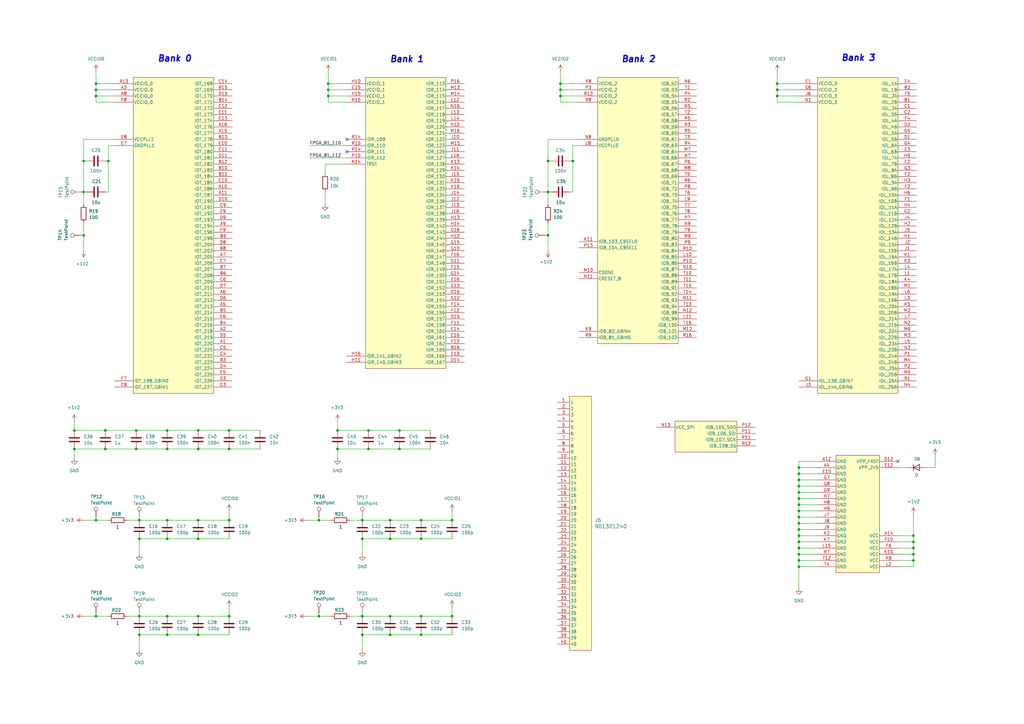
<source format=kicad_sch>
(kicad_sch (version 20250114) (generator "eeschema") (generator_version "9.0")
  (paper "A3")
  (text "Bank 1" (at 166.878 24.384 0) (effects (font (size 2.54 2.54) (thickness 0.508) (bold yes) (italic yes))))
  (text "Bank 2" (at 261.874 24.384 0) (effects (font (size 2.54 2.54) (thickness 0.508) (bold yes) (italic yes))))
  (text "Bank 3" (at 352.044 23.876 0) (effects (font (size 2.54 2.54) (thickness 0.508) (bold yes) (italic yes))))
  (text "Bank 0" (at 71.628 24.13 0) (effects (font (size 2.54 2.54) (thickness 0.508) (bold yes) (italic yes))))
  (junction (at 224.79 96.52))
  (junction (at 160.02 220.98))
  (junction (at 138.43 176.53))
  (junction (at 224.79 78.74))
  (junction (at 327.66 222.25))
  (junction (at 318.77 34.29))
  (junction (at 374.65 229.87))
  (junction (at 234.95 66.04))
  (junction (at 134.62 36.83))
  (junction (at 55.88 176.53))
  (junction (at 160.02 252.73))
  (junction (at 81.28 213.36))
  (junction (at 327.66 199.39))
  (junction (at 172.72 260.35))
  (junction (at 148.59 252.73))
  (junction (at 57.15 213.36))
  (junction (at 93.98 184.15))
  (junction (at 185.42 252.73))
  (junction (at 68.58 252.73))
  (junction (at 34.29 66.04))
  (junction (at 34.29 96.52))
  (junction (at 327.66 196.85))
  (junction (at 93.98 213.36))
  (junction (at 39.37 34.29))
  (junction (at 81.28 260.35))
  (junction (at 134.62 39.37))
  (junction (at 172.72 252.73))
  (junction (at 318.77 39.37))
  (junction (at 327.66 207.01))
  (junction (at 148.59 220.98))
  (junction (at 318.77 36.83))
  (junction (at 229.87 39.37))
  (junction (at 151.13 184.15))
  (junction (at 327.66 212.09))
  (junction (at 148.59 213.36))
  (junction (at 229.87 34.29))
  (junction (at 57.15 252.73))
  (junction (at 160.02 213.36))
  (junction (at 138.43 184.15))
  (junction (at 134.62 34.29))
  (junction (at 34.29 78.74))
  (junction (at 151.13 176.53))
  (junction (at 185.42 213.36))
  (junction (at 68.58 184.15))
  (junction (at 130.81 213.36))
  (junction (at 68.58 213.36))
  (junction (at 327.66 217.17))
  (junction (at 57.15 260.35))
  (junction (at 327.66 229.87))
  (junction (at 172.72 213.36))
  (junction (at 327.66 209.55))
  (junction (at 327.66 201.93))
  (junction (at 55.88 184.15))
  (junction (at 43.18 176.53))
  (junction (at 39.37 213.36))
  (junction (at 39.37 36.83))
  (junction (at 327.66 214.63))
  (junction (at 81.28 252.73))
  (junction (at 93.98 176.53))
  (junction (at 163.83 176.53))
  (junction (at 130.81 252.73))
  (junction (at 224.79 66.04))
  (junction (at 327.66 224.79))
  (junction (at 68.58 176.53))
  (junction (at 81.28 220.98))
  (junction (at 327.66 191.77))
  (junction (at 68.58 260.35))
  (junction (at 68.58 220.98))
  (junction (at 374.65 224.79))
  (junction (at 172.72 220.98))
  (junction (at 39.37 39.37))
  (junction (at 327.66 232.41))
  (junction (at 81.28 184.15))
  (junction (at 81.28 176.53))
  (junction (at 30.48 184.15))
  (junction (at 39.37 252.73))
  (junction (at 374.65 222.25))
  (junction (at 57.15 220.98))
  (junction (at 327.66 219.71))
  (junction (at 327.66 227.33))
  (junction (at 327.66 194.31))
  (junction (at 163.83 184.15))
  (junction (at 93.98 252.73))
  (junction (at 229.87 36.83))
  (junction (at 374.65 227.33))
  (junction (at 374.65 219.71))
  (junction (at 44.45 66.04))
  (junction (at 148.59 260.35))
  (junction (at 160.02 260.35))
  (junction (at 43.18 184.15))
  (junction (at 30.48 176.53))
  (junction (at 327.66 204.47))
  (no_connect (at 368.3 189.23))
  (no_connect (at 142.24 57.15))
  (no_connect (at 142.24 62.23))
  (wire (pts (xy 185.42 248.92) (xy 185.42 252.73)))
  (wire (pts (xy 327.66 207.01) (xy 335.28 207.01)))
  (wire (pts (xy 148.59 251.46) (xy 148.59 252.73)))
  (wire (pts (xy 327.66 219.71) (xy 327.66 222.25)))
  (wire (pts (xy 52.07 252.73) (xy 57.15 252.73)))
  (wire (pts (xy 148.59 252.73) (xy 160.02 252.73)))
  (wire (pts (xy 368.3 219.71) (xy 374.65 219.71)))
  (wire (pts (xy 327.66 227.33) (xy 327.66 229.87)))
  (wire (pts (xy 93.98 184.15) (xy 106.68 184.15)))
  (wire (pts (xy 327.66 232.41) (xy 335.28 232.41)))
  (wire (pts (xy 52.07 213.36) (xy 57.15 213.36)))
  (wire (pts (xy 163.83 176.53) (xy 176.53 176.53)))
  (wire (pts (xy 57.15 213.36) (xy 68.58 213.36)))
  (wire (pts (xy 30.48 176.53) (xy 43.18 176.53)))
  (wire (pts (xy 125.73 213.36) (xy 130.81 213.36)))
  (wire (pts (xy 229.87 36.83) (xy 237.49 36.83)))
  (wire (pts (xy 224.79 66.04) (xy 226.06 66.04)))
  (wire (pts (xy 81.28 213.36) (xy 93.98 213.36)))
  (wire (pts (xy 125.73 252.73) (xy 130.81 252.73)))
  (wire (pts (xy 138.43 184.15) (xy 151.13 184.15)))
  (wire (pts (xy 34.29 102.87) (xy 34.29 96.52)))
  (wire (pts (xy 133.35 78.74) (xy 133.35 83.82)))
  (wire (pts (xy 30.48 172.72) (xy 30.48 176.53)))
  (wire (pts (xy 327.66 191.77) (xy 335.28 191.77)))
  (wire (pts (xy 172.72 213.36) (xy 185.42 213.36)))
  (wire (pts (xy 327.66 196.85) (xy 335.28 196.85)))
  (wire (pts (xy 223.52 96.52) (xy 224.79 96.52)))
  (wire (pts (xy 327.66 229.87) (xy 327.66 232.41)))
  (wire (pts (xy 130.81 212.09) (xy 130.81 213.36)))
  (wire (pts (xy 134.62 36.83) (xy 142.24 36.83)))
  (wire (pts (xy 318.77 34.29) (xy 327.66 34.29)))
  (wire (pts (xy 327.66 204.47) (xy 335.28 204.47)))
  (wire (pts (xy 81.28 260.35) (xy 93.98 260.35)))
  (wire (pts (xy 68.58 176.53) (xy 81.28 176.53)))
  (wire (pts (xy 34.29 213.36) (xy 39.37 213.36)))
  (wire (pts (xy 81.28 184.15) (xy 93.98 184.15)))
  (wire (pts (xy 151.13 176.53) (xy 163.83 176.53)))
  (wire (pts (xy 30.48 184.15) (xy 43.18 184.15)))
  (wire (pts (xy 327.66 189.23) (xy 335.28 189.23)))
  (wire (pts (xy 374.65 219.71) (xy 374.65 222.25)))
  (wire (pts (xy 229.87 39.37) (xy 237.49 39.37)))
  (wire (pts (xy 39.37 29.21) (xy 39.37 34.29)))
  (wire (pts (xy 81.28 176.53) (xy 93.98 176.53)))
  (wire (pts (xy 234.95 78.74) (xy 233.68 78.74)))
  (wire (pts (xy 172.72 220.98) (xy 185.42 220.98)))
  (wire (pts (xy 39.37 34.29) (xy 39.37 36.83)))
  (wire (pts (xy 39.37 36.83) (xy 39.37 39.37)))
  (wire (pts (xy 34.29 96.52) (xy 34.29 91.44)))
  (wire (pts (xy 134.62 41.91) (xy 142.24 41.91)))
  (wire (pts (xy 39.37 213.36) (xy 44.45 213.36)))
  (wire (pts (xy 57.15 260.35) (xy 68.58 260.35)))
  (wire (pts (xy 130.81 213.36) (xy 135.89 213.36)))
  (wire (pts (xy 229.87 36.83) (xy 229.87 39.37)))
  (wire (pts (xy 55.88 176.53) (xy 68.58 176.53)))
  (wire (pts (xy 383.54 191.77) (xy 379.73 191.77)))
  (wire (pts (xy 148.59 220.98) (xy 160.02 220.98)))
  (wire (pts (xy 43.18 176.53) (xy 55.88 176.53)))
  (wire (pts (xy 374.65 229.87) (xy 374.65 232.41)))
  (wire (pts (xy 224.79 96.52) (xy 224.79 91.44)))
  (wire (pts (xy 229.87 29.21) (xy 229.87 34.29)))
  (wire (pts (xy 318.77 36.83) (xy 327.66 36.83)))
  (wire (pts (xy 368.3 232.41) (xy 374.65 232.41)))
  (wire (pts (xy 134.62 36.83) (xy 134.62 39.37)))
  (wire (pts (xy 160.02 260.35) (xy 172.72 260.35)))
  (wire (pts (xy 368.3 227.33) (xy 374.65 227.33)))
  (wire (pts (xy 327.66 201.93) (xy 327.66 204.47)))
  (wire (pts (xy 93.98 209.55) (xy 93.98 213.36)))
  (wire (pts (xy 234.95 66.04) (xy 234.95 78.74)))
  (wire (pts (xy 151.13 184.15) (xy 163.83 184.15)))
  (wire (pts (xy 148.59 260.35) (xy 160.02 260.35)))
  (wire (pts (xy 368.3 224.79) (xy 374.65 224.79)))
  (wire (pts (xy 34.29 57.15) (xy 46.99 57.15)))
  (wire (pts (xy 44.45 59.69) (xy 46.99 59.69)))
  (wire (pts (xy 327.66 199.39) (xy 327.66 201.93)))
  (wire (pts (xy 327.66 189.23) (xy 327.66 191.77)))
  (wire (pts (xy 224.79 102.87) (xy 224.79 96.52)))
  (wire (pts (xy 224.79 66.04) (xy 224.79 78.74)))
  (wire (pts (xy 327.66 222.25) (xy 327.66 224.79)))
  (wire (pts (xy 148.59 213.36) (xy 160.02 213.36)))
  (wire (pts (xy 68.58 260.35) (xy 81.28 260.35)))
  (wire (pts (xy 327.66 229.87) (xy 335.28 229.87)))
  (wire (pts (xy 39.37 39.37) (xy 46.99 39.37)))
  (wire (pts (xy 234.95 59.69) (xy 234.95 66.04)))
  (wire (pts (xy 368.3 222.25) (xy 374.65 222.25)))
  (wire (pts (xy 374.65 210.82) (xy 374.65 219.71)))
  (wire (pts (xy 81.28 220.98) (xy 93.98 220.98)))
  (wire (pts (xy 39.37 251.46) (xy 39.37 252.73)))
  (wire (pts (xy 39.37 212.09) (xy 39.37 213.36)))
  (wire (pts (xy 134.62 34.29) (xy 142.24 34.29)))
  (wire (pts (xy 68.58 184.15) (xy 81.28 184.15)))
  (wire (pts (xy 68.58 252.73) (xy 81.28 252.73)))
  (wire (pts (xy 229.87 34.29) (xy 237.49 34.29)))
  (wire (pts (xy 327.66 214.63) (xy 335.28 214.63)))
  (wire (pts (xy 318.77 39.37) (xy 318.77 41.91)))
  (wire (pts (xy 327.66 219.71) (xy 335.28 219.71)))
  (wire (pts (xy 39.37 41.91) (xy 46.99 41.91)))
  (wire (pts (xy 327.66 224.79) (xy 335.28 224.79)))
  (wire (pts (xy 93.98 248.92) (xy 93.98 252.73)))
  (wire (pts (xy 81.28 252.73) (xy 93.98 252.73)))
  (wire (pts (xy 134.62 29.21) (xy 134.62 34.29)))
  (wire (pts (xy 318.77 34.29) (xy 318.77 36.83)))
  (wire (pts (xy 44.45 59.69) (xy 44.45 66.04)))
  (wire (pts (xy 327.66 212.09) (xy 327.66 214.63)))
  (wire (pts (xy 327.66 194.31) (xy 335.28 194.31)))
  (wire (pts (xy 127 59.69) (xy 142.24 59.69)))
  (wire (pts (xy 133.35 67.31) (xy 133.35 71.12)))
  (wire (pts (xy 34.29 66.04) (xy 34.29 78.74)))
  (wire (pts (xy 327.66 209.55) (xy 335.28 209.55)))
  (wire (pts (xy 39.37 34.29) (xy 46.99 34.29)))
  (wire (pts (xy 327.66 207.01) (xy 327.66 209.55)))
  (wire (pts (xy 57.15 260.35) (xy 57.15 266.7)))
  (wire (pts (xy 224.79 83.82) (xy 224.79 78.74)))
  (wire (pts (xy 318.77 41.91) (xy 327.66 41.91)))
  (wire (pts (xy 327.66 204.47) (xy 327.66 207.01)))
  (wire (pts (xy 44.45 66.04) (xy 44.45 78.74)))
  (wire (pts (xy 327.66 194.31) (xy 327.66 196.85)))
  (wire (pts (xy 368.3 229.87) (xy 374.65 229.87)))
  (wire (pts (xy 57.15 212.09) (xy 57.15 213.36)))
  (wire (pts (xy 160.02 252.73) (xy 172.72 252.73)))
  (wire (pts (xy 44.45 78.74) (xy 43.18 78.74)))
  (wire (pts (xy 374.65 224.79) (xy 374.65 227.33)))
  (wire (pts (xy 138.43 172.72) (xy 138.43 176.53)))
  (wire (pts (xy 223.52 78.74) (xy 224.79 78.74)))
  (wire (pts (xy 138.43 184.15) (xy 138.43 187.96)))
  (wire (pts (xy 327.66 201.93) (xy 335.28 201.93)))
  (wire (pts (xy 34.29 83.82) (xy 34.29 78.74)))
  (wire (pts (xy 374.65 222.25) (xy 374.65 224.79)))
  (wire (pts (xy 39.37 36.83) (xy 46.99 36.83)))
  (wire (pts (xy 34.29 78.74) (xy 35.56 78.74)))
  (wire (pts (xy 234.95 66.04) (xy 233.68 66.04)))
  (wire (pts (xy 327.66 217.17) (xy 327.66 219.71)))
  (wire (pts (xy 172.72 260.35) (xy 185.42 260.35)))
  (wire (pts (xy 160.02 213.36) (xy 172.72 213.36)))
  (wire (pts (xy 383.54 186.69) (xy 383.54 191.77)))
  (wire (pts (xy 318.77 29.21) (xy 318.77 34.29)))
  (wire (pts (xy 327.66 222.25) (xy 335.28 222.25)))
  (wire (pts (xy 229.87 39.37) (xy 229.87 41.91)))
  (wire (pts (xy 33.02 96.52) (xy 34.29 96.52)))
  (wire (pts (xy 133.35 67.31) (xy 142.24 67.31)))
  (wire (pts (xy 229.87 41.91) (xy 237.49 41.91)))
  (wire (pts (xy 44.45 66.04) (xy 43.18 66.04)))
  (wire (pts (xy 318.77 39.37) (xy 327.66 39.37)))
  (wire (pts (xy 327.66 217.17) (xy 335.28 217.17)))
  (wire (pts (xy 34.29 66.04) (xy 35.56 66.04)))
  (wire (pts (xy 327.66 209.55) (xy 327.66 212.09)))
  (wire (pts (xy 57.15 252.73) (xy 68.58 252.73)))
  (wire (pts (xy 57.15 251.46) (xy 57.15 252.73)))
  (wire (pts (xy 148.59 220.98) (xy 148.59 227.33)))
  (wire (pts (xy 93.98 176.53) (xy 106.68 176.53)))
  (wire (pts (xy 148.59 260.35) (xy 148.59 266.7)))
  (wire (pts (xy 55.88 184.15) (xy 68.58 184.15)))
  (wire (pts (xy 327.66 191.77) (xy 327.66 194.31)))
  (wire (pts (xy 130.81 251.46) (xy 130.81 252.73)))
  (wire (pts (xy 43.18 184.15) (xy 55.88 184.15)))
  (wire (pts (xy 224.79 57.15) (xy 224.79 66.04)))
  (wire (pts (xy 327.66 212.09) (xy 335.28 212.09)))
  (wire (pts (xy 327.66 214.63) (xy 327.66 217.17)))
  (wire (pts (xy 172.72 252.73) (xy 185.42 252.73)))
  (wire (pts (xy 57.15 220.98) (xy 57.15 227.33)))
  (wire (pts (xy 318.77 36.83) (xy 318.77 39.37)))
  (wire (pts (xy 33.02 78.74) (xy 34.29 78.74)))
  (wire (pts (xy 134.62 39.37) (xy 142.24 39.37)))
  (wire (pts (xy 234.95 59.69) (xy 237.49 59.69)))
  (wire (pts (xy 163.83 184.15) (xy 176.53 184.15)))
  (wire (pts (xy 148.59 212.09) (xy 148.59 213.36)))
  (wire (pts (xy 57.15 220.98) (xy 68.58 220.98)))
  (wire (pts (xy 138.43 176.53) (xy 151.13 176.53)))
  (wire (pts (xy 30.48 184.15) (xy 30.48 187.96)))
  (wire (pts (xy 224.79 57.15) (xy 237.49 57.15)))
  (wire (pts (xy 160.02 220.98) (xy 172.72 220.98)))
  (wire (pts (xy 229.87 34.29) (xy 229.87 36.83)))
  (wire (pts (xy 327.66 224.79) (xy 327.66 227.33)))
  (wire (pts (xy 68.58 220.98) (xy 81.28 220.98)))
  (wire (pts (xy 327.66 196.85) (xy 327.66 199.39)))
  (wire (pts (xy 327.66 232.41) (xy 327.66 241.3)))
  (wire (pts (xy 224.79 78.74) (xy 226.06 78.74)))
  (wire (pts (xy 134.62 34.29) (xy 134.62 36.83)))
  (wire (pts (xy 374.65 227.33) (xy 374.65 229.87)))
  (wire (pts (xy 127 64.77) (xy 142.24 64.77)))
  (wire (pts (xy 134.62 39.37) (xy 134.62 41.91)))
  (wire (pts (xy 34.29 252.73) (xy 39.37 252.73)))
  (wire (pts (xy 39.37 39.37) (xy 39.37 41.91)))
  (wire (pts (xy 130.81 252.73) (xy 135.89 252.73)))
  (wire (pts (xy 68.58 213.36) (xy 81.28 213.36)))
  (wire (pts (xy 39.37 252.73) (xy 44.45 252.73)))
  (wire (pts (xy 368.3 191.77) (xy 372.11 191.77)))
  (wire (pts (xy 34.29 57.15) (xy 34.29 66.04)))
  (wire (pts (xy 327.66 199.39) (xy 335.28 199.39)))
  (wire (pts (xy 327.66 227.33) (xy 335.28 227.33)))
  (wire (pts (xy 185.42 209.55) (xy 185.42 213.36)))
  (wire (pts (xy 143.51 252.73) (xy 148.59 252.73)))
  (wire (pts (xy 143.51 213.36) (xy 148.59 213.36)))
  (label "FPGA_B1_112" (at 127 64.77 0))
  (label "FPGA_B1_110" (at 127 59.69 0))
  (symbol (lib_id "Custom:ICE40HX8KCT256") (at 149.86 31.75 0) (unit 3)
    (property "Reference" "U4" (effects (hide yes)))
    (property "Value" "ICE40HX8KCT256" (effects (hide yes)))
    (property "Footprint" "Custom:ICE40HX8KCT256" (effects (hide yes)))
    (property "Datasheet" "ICE40HX8K-CT256" (effects (hide yes)))
  )
  (symbol (lib_id "Device:C") (at 68.58 180.34 0) (unit 1)
    (property "Reference" "C39" (at 72.39 179.0699 0) (effects (justify left)))
    (property "Value" "100n" (at 72.39 181.6099 0) (effects (justify left)))
    (property "Description" "Unpolarized capacitor" (effects (hide yes)))
  )
  (symbol (lib_id "power:+5V") (at 185.42 209.55 0) (unit 1)
    (property "Reference" "#PWR050" (effects (hide yes)))
    (property "Value" "VCCIO1" (at 185.674 204.47 0))
    (property "Description" "Power symbol creates a global label with name \"+5V\"" (effects (hide yes)))
  )
  (symbol (lib_id "power:GND") (at 327.66 241.3 0) (unit 1)
    (property "Reference" "#PWR041" (effects (hide yes)))
    (property "Value" "GND" (at 327.66 246.38 0))
    (property "Description" "Power symbol creates a global label with name \"GND\" , ground" (effects (hide yes)))
  )
  (symbol (lib_id "Device:C") (at 39.37 66.04 90) (unit 1)
    (property "Reference" "C20" (at 39.37 61.722 90))
    (property "Value" "100n" (at 39.37 70.104 90))
    (property "Description" "Unpolarized capacitor" (effects (hide yes)))
  )
  (symbol (lib_id "Device:C") (at 55.88 180.34 0) (unit 1)
    (property "Reference" "C38" (at 59.69 179.0699 0) (effects (justify left)))
    (property "Value" "100n" (at 59.69 181.6099 0) (effects (justify left)))
    (property "Description" "Unpolarized capacitor" (effects (hide yes)))
  )
  (symbol (lib_id "power:+5V") (at 34.29 102.87 180) (unit 1)
    (property "Reference" "#PWR046" (effects (hide yes)))
    (property "Value" "+1V2" (at 36.322 108.204 0) (effects (justify left)))
    (property "Description" "Power symbol creates a global label with name \"+5V\"" (effects (hide yes)))
  )
  (symbol (lib_id "Device:C") (at 185.42 256.54 0) (unit 1)
    (property "Reference" "C33" (at 189.23 255.2699 0) (effects (justify left)))
    (property "Value" "100p" (at 189.23 257.8099 0) (effects (justify left)))
    (property "Description" "Unpolarized capacitor" (effects (hide yes)))
  )
  (symbol (lib_id "Connector:TestPoint") (at 57.15 212.09 0) (unit 1)
    (property "Reference" "TP13" (at 54.61 203.962 0) (effects (justify left)))
    (property "Value" "TestPoint" (at 54.61 206.502 0) (effects (justify left)))
    (property "Description" "test point" (effects (hide yes)))
  )
  (symbol (lib_id "Connector:TestPoint") (at 33.02 96.52 90) (unit 1)
    (property "Reference" "TP14" (at 24.638 98.806 0) (effects (justify left)))
    (property "Value" "TestPoint" (at 27.178 98.806 0) (effects (justify left)))
    (property "Description" "test point" (effects (hide yes)))
  )
  (symbol (lib_id "Device:R") (at 48.26 213.36 270) (unit 1)
    (property "Reference" "R18" (at 47.752 210.82 90))
    (property "Value" "1" (at 48.26 216.154 90))
    (property "Description" "Resistor" (effects (hide yes)))
  )
  (symbol (lib_id "Device:C") (at 81.28 256.54 0) (unit 1)
    (property "Reference" "C28" (at 85.09 255.2699 0) (effects (justify left)))
    (property "Value" "100p" (at 85.09 257.8099 0) (effects (justify left)))
    (property "Description" "Unpolarized capacitor" (effects (hide yes)))
  )
  (symbol (lib_id "power:GND") (at 148.59 227.33 0) (unit 1)
    (property "Reference" "#PWR049" (effects (hide yes)))
    (property "Value" "GND" (at 148.59 232.41 0))
    (property "Description" "Power symbol creates a global label with name \"GND\" , ground" (effects (hide yes)))
  )
  (symbol (lib_id "Device:C") (at 138.43 180.34 0) (unit 1)
    (property "Reference" "C43" (at 142.24 179.0699 0) (effects (justify left)))
    (property "Value" "10u" (at 142.24 181.6099 0) (effects (justify left)))
    (property "Description" "Unpolarized capacitor" (effects (hide yes)))
  )
  (symbol (lib_id "Device:C") (at 93.98 180.34 0) (unit 1)
    (property "Reference" "C41" (at 97.79 179.0699 0) (effects (justify left)))
    (property "Value" "100n" (at 97.79 181.6099 0) (effects (justify left)))
    (property "Description" "Unpolarized capacitor" (effects (hide yes)))
  )
  (symbol (lib_id "power:GND") (at 30.48 187.96 0) (unit 1)
    (property "Reference" "#PWR062" (effects (hide yes)))
    (property "Value" "GND" (at 30.48 193.04 0))
    (property "Description" "Power symbol creates a global label with name \"GND\" , ground" (effects (hide yes)))
  )
  (symbol (lib_id "power:+5V") (at 374.65 210.82 0) (unit 1)
    (property "Reference" "#PWR039" (effects (hide yes)))
    (property "Value" "+1V2" (at 374.65 205.74 0))
    (property "Description" "Power symbol creates a global label with name \"+5V\"" (effects (hide yes)))
  )
  (symbol (lib_id "Connector:TestPoint") (at 223.52 96.52 90) (unit 1)
    (property "Reference" "TP23" (at 215.138 98.806 0) (effects (justify left)))
    (property "Value" "TestPoint" (at 217.678 98.806 0) (effects (justify left)))
    (property "Description" "test point" (effects (hide yes)))
  )
  (symbol (lib_id "power:+5V") (at 318.77 29.21 0) (unit 1)
    (property "Reference" "#PWR059" (effects (hide yes)))
    (property "Value" "VCCIO3" (at 318.77 24.13 0))
    (property "Description" "Power symbol creates a global label with name \"+5V\"" (effects (hide yes)))
  )
  (symbol (lib_id "Device:C") (at 151.13 180.34 0) (unit 1)
    (property "Reference" "C44" (at 154.94 179.0699 0) (effects (justify left)))
    (property "Value" "1u" (at 154.94 181.6099 0) (effects (justify left)))
    (property "Description" "Unpolarized capacitor" (effects (hide yes)))
  )
  (symbol (lib_id "Device:R") (at 224.79 87.63 0) (unit 1)
    (property "Reference" "R24" (at 228.854 86.614 0))
    (property "Value" "100" (at 228.854 89.154 0))
    (property "Description" "Resistor" (effects (hide yes)))
  )
  (symbol (lib_id "Custom:ICE40HX8KCT256") (at 54.61 31.75 0) (unit 2)
    (property "Reference" "U4" (effects (hide yes)))
    (property "Value" "ICE40HX8KCT256" (effects (hide yes)))
    (property "Footprint" "Custom:ICE40HX8KCT256" (effects (hide yes)))
    (property "Datasheet" "ICE40HX8K-CT256" (effects (hide yes)))
  )
  (symbol (lib_id "Custom:ICE40HX8KCT256") (at 342.9 186.69 0) (unit 1)
    (property "Reference" "U4" (effects (hide yes)))
    (property "Value" "ICE40HX8KCT256" (effects (hide yes)))
    (property "Footprint" "Custom:ICE40HX8KCT256" (effects (hide yes)))
    (property "Datasheet" "ICE40HX8K-CT256" (effects (hide yes)))
  )
  (symbol (lib_id "Device:R") (at 48.26 252.73 270) (unit 1)
    (property "Reference" "R22" (at 47.752 250.19 90))
    (property "Value" "1" (at 48.26 255.524 90))
    (property "Description" "Resistor" (effects (hide yes)))
  )
  (symbol (lib_id "Connector:TestPoint") (at 148.59 212.09 0) (unit 1)
    (property "Reference" "TP17" (at 146.05 203.962 0) (effects (justify left)))
    (property "Value" "TestPoint" (at 146.05 206.502 0) (effects (justify left)))
    (property "Description" "test point" (effects (hide yes)))
  )
  (symbol (lib_id "Device:C") (at 106.68 180.34 0) (unit 1)
    (property "Reference" "C42" (at 110.49 179.0699 0) (effects (justify left)))
    (property "Value" "10n" (at 110.49 181.6099 0) (effects (justify left)))
    (property "Description" "Unpolarized capacitor" (effects (hide yes)))
  )
  (symbol (lib_id "Device:C") (at 93.98 256.54 0) (unit 1)
    (property "Reference" "C29" (at 97.79 255.2699 0) (effects (justify left)))
    (property "Value" "100p" (at 97.79 257.8099 0) (effects (justify left)))
    (property "Description" "Unpolarized capacitor" (effects (hide yes)))
  )
  (symbol (lib_id "Device:C") (at 172.72 217.17 0) (unit 1)
    (property "Reference" "C24" (at 176.53 215.8999 0) (effects (justify left)))
    (property "Value" "100p" (at 176.53 218.4399 0) (effects (justify left)))
    (property "Description" "Unpolarized capacitor" (effects (hide yes)))
  )
  (symbol (lib_id "power:+5V") (at 229.87 29.21 0) (unit 1)
    (property "Reference" "#PWR058" (effects (hide yes)))
    (property "Value" "VCCIO2" (at 229.87 24.13 0))
    (property "Description" "Power symbol creates a global label with name \"+5V\"" (effects (hide yes)))
  )
  (symbol (lib_id "Device:C") (at 172.72 256.54 0) (unit 1)
    (property "Reference" "C32" (at 176.53 255.2699 0) (effects (justify left)))
    (property "Value" "100p" (at 176.53 257.8099 0) (effects (justify left)))
    (property "Description" "Unpolarized capacitor" (effects (hide yes)))
  )
  (symbol (lib_id "power:GND") (at 148.59 266.7 0) (unit 1)
    (property "Reference" "#PWR056" (effects (hide yes)))
    (property "Value" "GND" (at 148.59 271.78 0))
    (property "Description" "Power symbol creates a global label with name \"GND\" , ground" (effects (hide yes)))
  )
  (symbol (lib_id "power:+5V") (at 134.62 29.21 0) (unit 1)
    (property "Reference" "#PWR051" (effects (hide yes)))
    (property "Value" "VCCIO1" (at 134.874 24.13 0))
    (property "Description" "Power symbol creates a global label with name \"+5V\"" (effects (hide yes)))
  )
  (symbol (lib_id "power:+5V") (at 125.73 252.73 90) (unit 1)
    (property "Reference" "#PWR055" (effects (hide yes)))
    (property "Value" "+3V3" (at 119.126 252.73 90))
    (property "Description" "Power symbol creates a global label with name \"+5V\"" (effects (hide yes)))
  )
  (symbol (lib_id "Device:C") (at 93.98 217.17 0) (unit 1)
    (property "Reference" "C19" (at 97.79 215.8999 0) (effects (justify left)))
    (property "Value" "100p" (at 97.79 218.4399 0) (effects (justify left)))
    (property "Description" "Unpolarized capacitor" (effects (hide yes)))
  )
  (symbol (lib_id "Connector:TestPoint") (at 33.02 78.74 90) (unit 1)
    (property "Reference" "TP15" (at 24.892 81.28 0) (effects (justify left)))
    (property "Value" "TestPoint" (at 27.432 81.28 0) (effects (justify left)))
    (property "Description" "test point" (effects (hide yes)))
  )
  (symbol (lib_id "Device:C") (at 39.37 78.74 90) (unit 1)
    (property "Reference" "C21" (at 39.624 74.422 90))
    (property "Value" "10u" (at 39.37 83.058 90))
    (property "Description" "Unpolarized capacitor" (effects (hide yes)))
  )
  (symbol (lib_id "Device:D") (at 375.92 191.77 0) (unit 1)
    (property "Reference" "D6" (at 376.174 188.214 0))
    (property "Value" "D" (at 375.92 194.818 0))
    (property "Description" "Diode" (effects (hide yes)))
    (property "Sim.Device" "D" (effects (hide yes)))
    (property "Sim.Pins" "1=K 2=A" (effects (hide yes)))
  )
  (symbol (lib_id "power:GND") (at 138.43 187.96 0) (unit 1)
    (property "Reference" "#PWR064" (effects (hide yes)))
    (property "Value" "GND" (at 138.43 193.04 0))
    (property "Description" "Power symbol creates a global label with name \"GND\" , ground" (effects (hide yes)))
  )
  (symbol (lib_id "Device:C") (at 81.28 180.34 0) (unit 1)
    (property "Reference" "C40" (at 85.09 179.0699 0) (effects (justify left)))
    (property "Value" "100n" (at 85.09 181.6099 0) (effects (justify left)))
    (property "Description" "Unpolarized capacitor" (effects (hide yes)))
  )
  (symbol (lib_id "power:GND") (at 57.15 227.33 0) (unit 1)
    (property "Reference" "#PWR042" (effects (hide yes)))
    (property "Value" "GND" (at 57.15 232.41 0))
    (property "Description" "Power symbol creates a global label with name \"GND\" , ground" (effects (hide yes)))
  )
  (symbol (lib_id "Device:C") (at 185.42 217.17 0) (unit 1)
    (property "Reference" "C25" (at 189.23 215.8999 0) (effects (justify left)))
    (property "Value" "100p" (at 189.23 218.4399 0) (effects (justify left)))
    (property "Description" "Unpolarized capacitor" (effects (hide yes)))
  )
  (symbol (lib_id "power:GND") (at 133.35 83.82 0) (unit 1)
    (property "Reference" "#PWR047" (effects (hide yes)))
    (property "Value" "GND" (at 133.35 88.9 0))
    (property "Description" "Power symbol creates a global label with name \"GND\" , ground" (effects (hide yes)))
  )
  (symbol (lib_id "power:+5V") (at 34.29 213.36 90) (unit 1)
    (property "Reference" "#PWR043" (effects (hide yes)))
    (property "Value" "+3V3" (at 27.686 213.36 90))
    (property "Description" "Power symbol creates a global label with name \"+5V\"" (effects (hide yes)))
  )
  (symbol (lib_id "power:+5V") (at 125.73 213.36 90) (unit 1)
    (property "Reference" "#PWR048" (effects (hide yes)))
    (property "Value" "+3V3" (at 119.126 213.36 90))
    (property "Description" "Power symbol creates a global label with name \"+5V\"" (effects (hide yes)))
  )
  (symbol (lib_id "Connector:TestPoint") (at 39.37 212.09 0) (unit 1)
    (property "Reference" "TP12" (at 37.084 203.708 0) (effects (justify left)))
    (property "Value" "TestPoint" (at 37.084 206.248 0) (effects (justify left)))
    (property "Description" "test point" (effects (hide yes)))
  )
  (symbol (lib_id "power:+5V") (at 185.42 248.92 0) (unit 1)
    (property "Reference" "#PWR057" (effects (hide yes)))
    (property "Value" "VCCIO3" (at 185.674 243.84 0))
    (property "Description" "Power symbol creates a global label with name \"+5V\"" (effects (hide yes)))
  )
  (symbol (lib_id "Device:R") (at 139.7 252.73 270) (unit 1)
    (property "Reference" "R23" (at 139.192 250.19 90))
    (property "Value" "1" (at 139.7 255.524 90))
    (property "Description" "Resistor" (effects (hide yes)))
  )
  (symbol (lib_id "Connector:TestPoint") (at 223.52 78.74 90) (unit 1)
    (property "Reference" "TP22" (at 215.392 81.28 0) (effects (justify left)))
    (property "Value" "TestPoint" (at 217.932 81.28 0) (effects (justify left)))
    (property "Description" "test point" (effects (hide yes)))
  )
  (symbol (lib_id "Device:C") (at 229.87 66.04 90) (unit 1)
    (property "Reference" "C34" (at 229.87 61.722 90))
    (property "Value" "100n" (at 229.87 70.104 90))
    (property "Description" "Unpolarized capacitor" (effects (hide yes)))
  )
  (symbol (lib_id "Device:C") (at 43.18 180.34 0) (unit 1)
    (property "Reference" "C37" (at 46.99 179.0699 0) (effects (justify left)))
    (property "Value" "1u" (at 46.99 181.6099 0) (effects (justify left)))
    (property "Description" "Unpolarized capacitor" (effects (hide yes)))
  )
  (symbol (lib_id "Device:C") (at 68.58 256.54 0) (unit 1)
    (property "Reference" "C27" (at 72.39 255.2699 0) (effects (justify left)))
    (property "Value" "100p" (at 72.39 257.8099 0) (effects (justify left)))
    (property "Description" "Unpolarized capacitor" (effects (hide yes)))
  )
  (symbol (lib_id "power:+5V") (at 138.43 172.72 0) (unit 1)
    (property "Reference" "#PWR063" (effects (hide yes)))
    (property "Value" "+3V3" (at 138.176 167.132 0))
    (property "Description" "Power symbol creates a global label with name \"+5V\"" (effects (hide yes)))
  )
  (symbol (lib_id "Custom:ICE40HX8KCT256") (at 245.11 31.75 0) (unit 4)
    (property "Reference" "U4" (effects (hide yes)))
    (property "Value" "ICE40HX8KCT256" (effects (hide yes)))
    (property "Footprint" "Custom:ICE40HX8KCT256" (effects (hide yes)))
    (property "Datasheet" "ICE40HX8K-CT256" (effects (hide yes)))
  )
  (symbol (lib_id "Device:R") (at 139.7 213.36 270) (unit 1)
    (property "Reference" "R21" (at 139.192 210.82 90))
    (property "Value" "1" (at 139.7 216.154 90))
    (property "Description" "Resistor" (effects (hide yes)))
  )
  (symbol (lib_id "Connector:TestPoint") (at 130.81 212.09 0) (unit 1)
    (property "Reference" "TP16" (at 128.524 203.708 0) (effects (justify left)))
    (property "Value" "TestPoint" (at 128.524 206.248 0) (effects (justify left)))
    (property "Description" "test point" (effects (hide yes)))
  )
  (symbol (lib_id "Device:R") (at 34.29 87.63 0) (unit 1)
    (property "Reference" "R19" (at 38.354 86.614 0))
    (property "Value" "100" (at 38.354 89.154 0))
    (property "Description" "Resistor" (effects (hide yes)))
  )
  (symbol (lib_id "Device:R") (at 133.35 74.93 0) (unit 1)
    (property "Reference" "R20" (at 137.16 73.406 0))
    (property "Value" "10k" (at 137.16 76.2 0))
    (property "Description" "Resistor" (effects (hide yes)))
  )
  (symbol (lib_id "power:+5V") (at 224.79 102.87 180) (unit 1)
    (property "Reference" "#PWR060" (effects (hide yes)))
    (property "Value" "+1V2" (at 226.568 107.442 0) (effects (justify left)))
    (property "Description" "Power symbol creates a global label with name \"+5V\"" (effects (hide yes)))
  )
  (symbol (lib_id "Device:C") (at 160.02 256.54 0) (unit 1)
    (property "Reference" "C31" (at 163.83 255.2699 0) (effects (justify left)))
    (property "Value" "100p" (at 163.83 257.8099 0) (effects (justify left)))
    (property "Description" "Unpolarized capacitor" (effects (hide yes)))
  )
  (symbol (lib_id "Custom:ICE40HX8KCT256") (at 335.28 31.75 0) (unit 5)
    (property "Reference" "U4" (effects (hide yes)))
    (property "Value" "ICE40HX8KCT256" (effects (hide yes)))
    (property "Footprint" "Custom:ICE40HX8KCT256" (effects (hide yes)))
    (property "Datasheet" "ICE40HX8K-CT256" (effects (hide yes)))
  )
  (symbol (lib_id "Device:C") (at 163.83 180.34 0) (unit 1)
    (property "Reference" "C45" (at 167.64 179.0699 0) (effects (justify left)))
    (property "Value" "100n" (at 167.64 181.6099 0) (effects (justify left)))
    (property "Description" "Unpolarized capacitor" (effects (hide yes)))
  )
  (symbol (lib_id "Device:C") (at 229.87 78.74 90) (unit 1)
    (property "Reference" "C35" (at 230.124 74.422 90))
    (property "Value" "10u" (at 229.87 83.058 90))
    (property "Description" "Unpolarized capacitor" (effects (hide yes)))
  )
  (symbol (lib_id "Connector:TestPoint") (at 57.15 251.46 0) (unit 1)
    (property "Reference" "TP19" (at 54.61 243.332 0) (effects (justify left)))
    (property "Value" "TestPoint" (at 54.61 245.872 0) (effects (justify left)))
    (property "Description" "test point" (effects (hide yes)))
  )
  (symbol (lib_id "power:+5V") (at 383.54 186.69 0) (unit 1)
    (property "Reference" "#PWR040" (effects (hide yes)))
    (property "Value" "+3V3" (at 383.286 181.356 0))
    (property "Description" "Power symbol creates a global label with name \"+5V\"" (effects (hide yes)))
  )
  (symbol (lib_id "Device:C") (at 148.59 256.54 0) (unit 1)
    (property "Reference" "C30" (at 152.4 255.2699 0) (effects (justify left)))
    (property "Value" "100p" (at 152.4 257.8099 0) (effects (justify left)))
    (property "Description" "Unpolarized capacitor" (effects (hide yes)))
  )
  (symbol (lib_id "Device:C") (at 176.53 180.34 0) (unit 1)
    (property "Reference" "C46" (at 180.34 179.0699 0) (effects (justify left)))
    (property "Value" "10n" (at 180.34 181.6099 0) (effects (justify left)))
    (property "Description" "Unpolarized capacitor" (effects (hide yes)))
  )
  (symbol (lib_id "power:+5V") (at 34.29 252.73 90) (unit 1)
    (property "Reference" "#PWR052" (effects (hide yes)))
    (property "Value" "+3V3" (at 27.686 252.73 90))
    (property "Description" "Power symbol creates a global label with name \"+5V\"" (effects (hide yes)))
  )
  (symbol (lib_id "power:+5V") (at 30.48 172.72 0) (unit 1)
    (property "Reference" "#PWR061" (effects (hide yes)))
    (property "Value" "+1V2" (at 30.226 167.132 0))
    (property "Description" "Power symbol creates a global label with name \"+5V\"" (effects (hide yes)))
  )
  (symbol (lib_id "Device:C") (at 160.02 217.17 0) (unit 1)
    (property "Reference" "C23" (at 163.83 215.8999 0) (effects (justify left)))
    (property "Value" "100p" (at 163.83 218.4399 0) (effects (justify left)))
    (property "Description" "Unpolarized capacitor" (effects (hide yes)))
  )
  (symbol (lib_id "Device:C") (at 30.48 180.34 0) (unit 1)
    (property "Reference" "C36" (at 34.29 179.0699 0) (effects (justify left)))
    (property "Value" "10u" (at 34.29 181.6099 0) (effects (justify left)))
    (property "Description" "Unpolarized capacitor" (effects (hide yes)))
  )
  (symbol (lib_id "Connector:TestPoint") (at 39.37 251.46 0) (unit 1)
    (property "Reference" "TP18" (at 37.084 243.078 0) (effects (justify left)))
    (property "Value" "TestPoint" (at 37.084 245.618 0) (effects (justify left)))
    (property "Description" "test point" (effects (hide yes)))
  )
  (symbol (lib_id "power:+5V") (at 39.37 29.21 0) (unit 1)
    (property "Reference" "#PWR045" (effects (hide yes)))
    (property "Value" "VCCIO0" (at 39.37 24.13 0))
    (property "Description" "Power symbol creates a global label with name \"+5V\"" (effects (hide yes)))
  )
  (symbol (lib_id "Device:C") (at 68.58 217.17 0) (unit 1)
    (property "Reference" "C17" (at 72.39 215.8999 0) (effects (justify left)))
    (property "Value" "100p" (at 72.39 218.4399 0) (effects (justify left)))
    (property "Description" "Unpolarized capacitor" (effects (hide yes)))
  )
  (symbol (lib_id "Device:C") (at 148.59 217.17 0) (unit 1)
    (property "Reference" "C22" (at 152.4 215.8999 0) (effects (justify left)))
    (property "Value" "100p" (at 152.4 218.4399 0) (effects (justify left)))
    (property "Description" "Unpolarized capacitor" (effects (hide yes)))
  )
  (symbol (lib_id "Connector:TestPoint") (at 130.81 251.46 0) (unit 1)
    (property "Reference" "TP20" (at 128.524 243.078 0) (effects (justify left)))
    (property "Value" "TestPoint" (at 128.524 245.618 0) (effects (justify left)))
    (property "Description" "test point" (effects (hide yes)))
  )
  (symbol (lib_id "Custom:901301240") (at 233.68 162.56 0) (unit 1)
    (property "Reference" "J6" (at 243.84 213.3599 0) (effects (font (size 1.524 1.524)) (justify left)))
    (property "Value" "901301240" (at 243.84 215.8999 0) (effects (font (size 1.524 1.524)) (justify left)))
    (property "Footprint" "Custom:901301240" (effects (hide yes)))
    (property "Datasheet" "https://www.molex.com/en-us/products/part-detail-pdf/901301240?display=pdf" (effects (hide yes)))
  )
  (symbol (lib_id "Device:C") (at 57.15 217.17 0) (unit 1)
    (property "Reference" "C16" (at 60.96 215.8999 0) (effects (justify left)))
    (property "Value" "100p" (at 60.96 218.4399 0) (effects (justify left)))
    (property "Description" "Unpolarized capacitor" (effects (hide yes)))
  )
  (symbol (lib_id "Device:C") (at 57.15 256.54 0) (unit 1)
    (property "Reference" "C26" (at 60.96 255.2699 0) (effects (justify left)))
    (property "Value" "100p" (at 60.96 257.8099 0) (effects (justify left)))
    (property "Description" "Unpolarized capacitor" (effects (hide yes)))
  )
  (symbol (lib_id "Custom:ICE40HX8KCT256") (at 276.86 172.72 0) (unit 6)
    (property "Reference" "U4" (effects (hide yes)))
    (property "Value" "ICE40HX8KCT256" (effects (hide yes)))
    (property "Footprint" "Custom:ICE40HX8KCT256" (effects (hide yes)))
    (property "Datasheet" "ICE40HX8K-CT256" (effects (hide yes)))
  )
  (symbol (lib_id "power:+5V") (at 93.98 248.92 0) (unit 1)
    (property "Reference" "#PWR054" (effects (hide yes)))
    (property "Value" "VCCIO2" (at 94.234 243.84 0))
    (property "Description" "Power symbol creates a global label with name \"+5V\"" (effects (hide yes)))
  )
  (symbol (lib_id "power:GND") (at 57.15 266.7 0) (unit 1)
    (property "Reference" "#PWR053" (effects (hide yes)))
    (property "Value" "GND" (at 57.15 271.78 0))
    (property "Description" "Power symbol creates a global label with name \"GND\" , ground" (effects (hide yes)))
  )
  (symbol (lib_id "Device:C") (at 81.28 217.17 0) (unit 1)
    (property "Reference" "C18" (at 85.09 215.8999 0) (effects (justify left)))
    (property "Value" "100p" (at 85.09 218.4399 0) (effects (justify left)))
    (property "Description" "Unpolarized capacitor" (effects (hide yes)))
  )
  (symbol (lib_id "Connector:TestPoint") (at 148.59 251.46 0) (unit 1)
    (property "Reference" "TP21" (at 146.05 243.332 0) (effects (justify left)))
    (property "Value" "TestPoint" (at 146.05 245.872 0) (effects (justify left)))
    (property "Description" "test point" (effects (hide yes)))
  )
  (symbol (lib_id "power:+5V") (at 93.98 209.55 0) (unit 1)
    (property "Reference" "#PWR044" (effects (hide yes)))
    (property "Value" "VCCIO0" (at 94.234 204.47 0))
    (property "Description" "Power symbol creates a global label with name \"+5V\"" (effects (hide yes)))
  )
)
</source>
